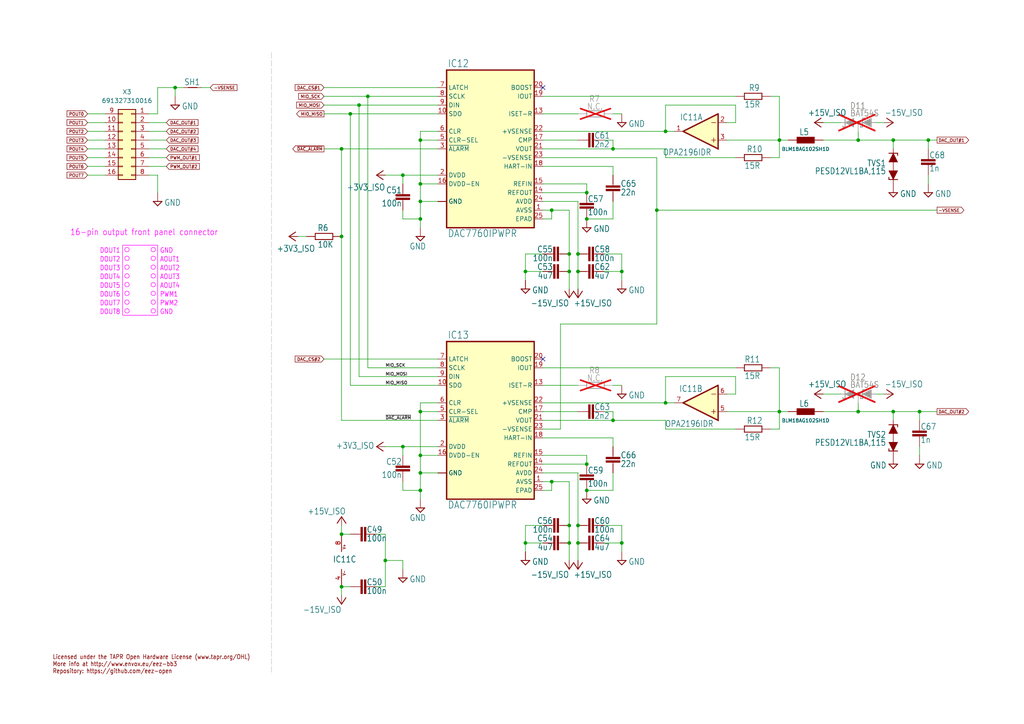
<source format=kicad_sch>
(kicad_sch (version 20230121) (generator eeschema)
  (paper "A4")
  (title_block (title "EEZ DIB MIO168") (date "2024-01-19") (rev "r3B1") (company "Envox d.o.o.") (comment 1 "https://www.envox.eu"))
  (junction (at 259.08 119.38))
  (junction (at 167.64 78.74))
  (junction (at 177.8 121.92))
  (junction (at 170.18 134.62))
  (junction (at 50.8 25.4))
  (junction (at 106.68 27.94))
  (junction (at 190.5 60.96))
  (junction (at 266.7 119.38))
  (junction (at 170.18 63.5))
  (junction (at 121.92 63.5))
  (junction (at 248.92 40.64))
  (junction (at 165.1 78.74))
  (junction (at 116.84 129.54))
  (junction (at 160.02 60.96))
  (junction (at 99.06 68.58))
  (junction (at 104.14 30.48))
  (junction (at 269.24 40.64))
  (junction (at 259.08 40.64))
  (junction (at 152.4 157.48))
  (junction (at 121.92 58.42))
  (junction (at 99.06 170.18))
  (junction (at 180.34 157.48))
  (junction (at 193.04 116.84))
  (junction (at 165.1 152.4))
  (junction (at 167.64 157.48))
  (junction (at 165.1 157.48))
  (junction (at 121.92 132.08))
  (junction (at 121.92 142.24))
  (junction (at 248.92 119.38))
  (junction (at 226.06 40.64))
  (junction (at 180.34 78.74))
  (junction (at 170.18 55.88))
  (junction (at 177.8 43.18))
  (junction (at 101.6 33.02))
  (junction (at 160.02 139.7))
  (junction (at 167.64 152.4))
  (junction (at 99.06 154.94))
  (junction (at 111.76 162.56))
  (junction (at 121.92 53.34))
  (junction (at 121.92 40.64))
  (junction (at 121.92 119.38))
  (junction (at 116.84 50.8))
  (junction (at 99.06 43.18))
  (junction (at 226.06 119.38))
  (junction (at 165.1 73.66))
  (junction (at 121.92 137.16))
  (junction (at 170.18 142.24))
  (junction (at 152.4 78.74))
  (junction (at 193.04 38.1))
  (junction (at 167.64 73.66))
  (no_connect (at 157.48 104.14))
  (no_connect (at 157.48 25.4))
  (wire (pts (xy 111.76 162.56) (xy 116.84 162.56)) (stroke (width 0.1524)))
  (wire (pts (xy 111.76 170.18) (xy 109.22 170.18)) (stroke (width 0.1524)))
  (wire (pts (xy 266.7 129.54) (xy 266.7 132.08)) (stroke (width 0.1524)))
  (wire (pts (xy 99.06 154.94) (xy 99.06 152.4)) (stroke (width 0.1524)))
  (wire (pts (xy 165.1 152.4) (xy 165.1 157.48)) (stroke (width 0.1524)))
  (wire (pts (xy 177.8 40.64) (xy 177.8 43.18)) (stroke (width 0.1524)))
  (wire (pts (xy 99.06 121.92) (xy 127 121.92)) (stroke (width 0.1524)))
  (wire (pts (xy 167.64 33.02) (xy 157.48 33.02)) (stroke (width 0.1524)))
  (wire (pts (xy 121.92 116.84) (xy 121.92 119.38)))
  (wire (pts (xy 157.48 139.7) (xy 160.02 139.7)) (stroke (width 0.1524)))
  (wire (pts (xy 167.64 111.76) (xy 157.48 111.76)) (stroke (width 0.1524)))
  (wire (pts (xy 93.98 30.48) (xy 104.14 30.48)) (stroke (width 0.1524)))
  (wire (pts (xy 193.04 116.84) (xy 157.48 116.84)) (stroke (width 0.1524)))
  (wire (pts (xy 127 38.1) (xy 121.92 38.1)))
  (wire (pts (xy 193.04 45.72) (xy 193.04 43.18)) (stroke (width 0.1524)))
  (wire (pts (xy 111.76 162.56) (xy 111.76 170.18)) (stroke (width 0.1524)))
  (wire (pts (xy 180.34 152.4) (xy 180.34 157.48)) (stroke (width 0.1524)))
  (wire (pts (xy 99.06 68.58) (xy 99.06 43.18)) (stroke (width 0.1524)))
  (wire (pts (xy 193.04 38.1) (xy 195.58 38.1)) (stroke (width 0.1524)))
  (wire (pts (xy 116.84 142.24) (xy 116.84 139.7)) (stroke (width 0.1524)))
  (wire (pts (xy 259.08 43.18) (xy 259.08 40.64)) (stroke (width 0.1524)))
  (wire (pts (xy 180.34 157.48) (xy 180.34 160.02)) (stroke (width 0.1524)))
  (wire (pts (xy 223.52 124.46) (xy 226.06 124.46)) (stroke (width 0.1524)))
  (wire (pts (xy 157.48 40.64) (xy 167.64 40.64)) (stroke (width 0.1524)))
  (wire (pts (xy 152.4 78.74) (xy 152.4 81.28)) (stroke (width 0.1524)))
  (wire (pts (xy 271.78 60.96) (xy 190.5 60.96)) (stroke (width 0.1524)))
  (wire (pts (xy 175.26 152.4) (xy 180.34 152.4)) (stroke (width 0.1524)))
  (wire (pts (xy 269.24 50.8) (xy 269.24 53.34)) (stroke (width 0.1524)))
  (wire (pts (xy 106.68 27.94) (xy 106.68 106.68)) (stroke (width 0.1524)))
  (wire (pts (xy 45.72 33.02) (xy 43.18 33.02)) (stroke (width 0.1524)))
  (wire (pts (xy 121.92 63.5) (xy 121.92 66.04)) (stroke (width 0.1524)))
  (wire (pts (xy 193.04 116.84) (xy 195.58 116.84)) (stroke (width 0.1524)))
  (wire (pts (xy 99.06 121.92) (xy 99.06 68.58)) (stroke (width 0.1524)))
  (wire (pts (xy 165.1 60.96) (xy 165.1 73.66)) (stroke (width 0.1524)))
  (wire (pts (xy 116.84 53.34) (xy 116.84 50.8)) (stroke (width 0.1524)))
  (wire (pts (xy 101.6 111.76) (xy 127 111.76)) (stroke (width 0.1524)))
  (wire (pts (xy 259.08 40.64) (xy 269.24 40.64)) (stroke (width 0.1524)))
  (wire (pts (xy 152.4 152.4) (xy 152.4 157.48)) (stroke (width 0.1524)))
  (wire (pts (xy 99.06 43.18) (xy 127 43.18)) (stroke (width 0.1524)))
  (wire (pts (xy 223.52 106.68) (xy 226.06 106.68)) (stroke (width 0.1524)))
  (wire (pts (xy 165.1 139.7) (xy 165.1 152.4)) (stroke (width 0.1524)))
  (wire (pts (xy 93.98 43.18) (xy 99.06 43.18)) (stroke (width 0.1524)))
  (wire (pts (xy 116.84 162.56) (xy 116.84 165.1)) (stroke (width 0.1524)))
  (wire (pts (xy 248.92 119.38) (xy 238.76 119.38)) (stroke (width 0.1524)))
  (wire (pts (xy 193.04 45.72) (xy 213.36 45.72)) (stroke (width 0.1524)))
  (wire (pts (xy 177.8 121.92) (xy 193.04 121.92)) (stroke (width 0.1524)))
  (polyline (pts (xy 78.74 15.24) (xy 78.74 104.14)) (stroke (width 0.1524) (type dash) (color 194 194 194 1)))
  (wire (pts (xy 157.48 53.34) (xy 170.18 53.34)) (stroke (width 0.1524)))
  (wire (pts (xy 121.92 119.38) (xy 121.92 132.08)))
  (wire (pts (xy 226.06 40.64) (xy 226.06 45.72)) (stroke (width 0.1524)))
  (wire (pts (xy 101.6 33.02) (xy 101.6 111.76)) (stroke (width 0.1524)))
  (wire (pts (xy 259.08 119.38) (xy 266.7 119.38)) (stroke (width 0.1524)))
  (wire (pts (xy 45.72 50.8) (xy 45.72 55.88)))
  (wire (pts (xy 121.92 63.5) (xy 116.84 63.5)) (stroke (width 0.1524)))
  (wire (pts (xy 157.48 78.74) (xy 152.4 78.74)) (stroke (width 0.1524)))
  (wire (pts (xy 226.06 106.68) (xy 226.06 119.38)) (stroke (width 0.1524)))
  (wire (pts (xy 167.64 73.66) (xy 167.64 78.74)) (stroke (width 0.1524)))
  (wire (pts (xy 165.1 157.48) (xy 165.1 162.56)) (stroke (width 0.1524)))
  (wire (pts (xy 238.76 114.3) (xy 243.84 114.3)) (stroke (width 0.1524)))
  (wire (pts (xy 238.76 35.56) (xy 243.84 35.56)) (stroke (width 0.1524)))
  (wire (pts (xy 175.26 78.74) (xy 180.34 78.74)) (stroke (width 0.1524)))
  (wire (pts (xy 269.24 40.64) (xy 271.78 40.64)) (stroke (width 0.1524)))
  (wire (pts (xy 160.02 139.7) (xy 165.1 139.7)) (stroke (width 0.1524)))
  (wire (pts (xy 193.04 109.22) (xy 193.04 116.84)) (stroke (width 0.1524)))
  (wire (pts (xy 157.48 142.24) (xy 160.02 142.24)) (stroke (width 0.1524)))
  (wire (pts (xy 190.5 45.72) (xy 190.5 60.96)) (stroke (width 0.1524)))
  (wire (pts (xy 25.4 35.56) (xy 30.48 35.56)))
  (wire (pts (xy 175.26 40.64) (xy 177.8 40.64)) (stroke (width 0.1524)))
  (wire (pts (xy 248.92 38.1) (xy 248.92 40.64)) (stroke (width 0.1524)))
  (wire (pts (xy 170.18 63.5) (xy 177.8 63.5)) (stroke (width 0.1524)))
  (wire (pts (xy 157.48 27.94) (xy 213.36 27.94)) (stroke (width 0.1524)))
  (wire (pts (xy 43.18 48.26) (xy 48.26 48.26)))
  (wire (pts (xy 93.98 27.94) (xy 106.68 27.94)) (stroke (width 0.1524)))
  (wire (pts (xy 170.18 142.24) (xy 177.8 142.24)) (stroke (width 0.1524)))
  (wire (pts (xy 50.8 25.4) (xy 53.34 25.4)) (stroke (width 0.1524)))
  (wire (pts (xy 127 137.16) (xy 121.92 137.16)) (stroke (width 0.1524)))
  (wire (pts (xy 157.48 121.92) (xy 177.8 121.92)) (stroke (width 0.1524)))
  (wire (pts (xy 43.18 45.72) (xy 48.26 45.72)))
  (wire (pts (xy 25.4 33.02) (xy 30.48 33.02)))
  (wire (pts (xy 193.04 124.46) (xy 213.36 124.46)) (stroke (width 0.1524)))
  (wire (pts (xy 213.36 35.56) (xy 210.82 35.56)) (stroke (width 0.1524)))
  (wire (pts (xy 111.76 50.8) (xy 116.84 50.8)) (stroke (width 0.1524)))
  (wire (pts (xy 177.8 48.26) (xy 177.8 50.8)) (stroke (width 0.1524)))
  (wire (pts (xy 43.18 43.18) (xy 48.26 43.18)))
  (wire (pts (xy 99.06 170.18) (xy 99.06 172.72)) (stroke (width 0.1524)))
  (wire (pts (xy 226.06 119.38) (xy 226.06 124.46)) (stroke (width 0.1524)))
  (wire (pts (xy 256.54 35.56) (xy 254 35.56)) (stroke (width 0.1524)))
  (wire (pts (xy 177.8 142.24) (xy 177.8 137.16)) (stroke (width 0.1524)))
  (wire (pts (xy 160.02 142.24) (xy 160.02 139.7)) (stroke (width 0.1524)))
  (wire (pts (xy 157.48 132.08) (xy 170.18 132.08)) (stroke (width 0.1524)))
  (wire (pts (xy 121.92 132.08) (xy 121.92 137.16)) (stroke (width 0.1524)))
  (wire (pts (xy 50.8 25.4) (xy 50.8 27.94)) (stroke (width 0.1524)))
  (wire (pts (xy 162.56 93.98) (xy 190.5 93.98)) (stroke (width 0.1524)))
  (wire (pts (xy 177.8 43.18) (xy 193.04 43.18)) (stroke (width 0.1524)))
  (wire (pts (xy 213.36 30.48) (xy 213.36 35.56)) (stroke (width 0.1524)))
  (wire (pts (xy 93.98 33.02) (xy 101.6 33.02)) (stroke (width 0.1524)))
  (wire (pts (xy 121.92 142.24) (xy 121.92 144.78)) (stroke (width 0.1524)))
  (wire (pts (xy 175.26 119.38) (xy 177.8 119.38)) (stroke (width 0.1524)))
  (wire (pts (xy 152.4 73.66) (xy 152.4 78.74)) (stroke (width 0.1524)))
  (wire (pts (xy 160.02 63.5) (xy 160.02 60.96)) (stroke (width 0.1524)))
  (wire (pts (xy 157.48 60.96) (xy 160.02 60.96)) (stroke (width 0.1524)))
  (wire (pts (xy 157.48 63.5) (xy 160.02 63.5)) (stroke (width 0.1524)))
  (wire (pts (xy 104.14 109.22) (xy 127 109.22)) (stroke (width 0.1524)))
  (wire (pts (xy 127 27.94) (xy 106.68 27.94)) (stroke (width 0.1524)))
  (wire (pts (xy 25.4 48.26) (xy 30.48 48.26)))
  (wire (pts (xy 25.4 38.1) (xy 30.48 38.1)))
  (wire (pts (xy 170.18 132.08) (xy 170.18 134.62)) (stroke (width 0.1524)))
  (wire (pts (xy 210.82 114.3) (xy 213.36 114.3)) (stroke (width 0.1524)))
  (wire (pts (xy 259.08 119.38) (xy 248.92 119.38)) (stroke (width 0.1524)))
  (wire (pts (xy 170.18 134.62) (xy 157.48 134.62)) (stroke (width 0.1524)))
  (wire (pts (xy 99.06 154.94) (xy 101.6 154.94)) (stroke (width 0.1524)))
  (wire (pts (xy 104.14 30.48) (xy 104.14 109.22)) (stroke (width 0.1524)))
  (wire (pts (xy 177.8 111.76) (xy 180.34 111.76)) (stroke (width 0.1524)))
  (wire (pts (xy 180.34 73.66) (xy 180.34 78.74)) (stroke (width 0.1524)))
  (wire (pts (xy 269.24 40.64) (xy 269.24 43.18)) (stroke (width 0.1524)))
  (wire (pts (xy 167.64 58.42) (xy 167.64 73.66)) (stroke (width 0.1524)))
  (wire (pts (xy 127 116.84) (xy 121.92 116.84)))
  (wire (pts (xy 193.04 38.1) (xy 157.48 38.1)) (stroke (width 0.1524)))
  (wire (pts (xy 167.64 137.16) (xy 167.64 152.4)) (stroke (width 0.1524)))
  (wire (pts (xy 165.1 73.66) (xy 165.1 78.74)) (stroke (width 0.1524)))
  (wire (pts (xy 157.48 137.16) (xy 167.64 137.16)) (stroke (width 0.1524)))
  (wire (pts (xy 213.36 109.22) (xy 193.04 109.22)) (stroke (width 0.1524)))
  (wire (pts (xy 160.02 60.96) (xy 165.1 60.96)) (stroke (width 0.1524)))
  (wire (pts (xy 213.36 30.48) (xy 193.04 30.48)) (stroke (width 0.1524)))
  (wire (pts (xy 177.8 127) (xy 177.8 129.54)) (stroke (width 0.1524)))
  (wire (pts (xy 45.72 25.4) (xy 45.72 33.02)) (stroke (width 0.1524)))
  (wire (pts (xy 127 132.08) (xy 121.92 132.08)) (stroke (width 0.1524)))
  (wire (pts (xy 157.48 48.26) (xy 177.8 48.26)) (stroke (width 0.1524)))
  (wire (pts (xy 259.08 121.92) (xy 259.08 119.38)) (stroke (width 0.1524)))
  (wire (pts (xy 101.6 170.18) (xy 99.06 170.18)) (stroke (width 0.1524)))
  (wire (pts (xy 165.1 78.74) (xy 165.1 83.82)) (stroke (width 0.1524)))
  (wire (pts (xy 157.48 43.18) (xy 177.8 43.18)) (stroke (width 0.1524)))
  (wire (pts (xy 116.84 132.08) (xy 116.84 129.54)) (stroke (width 0.1524)))
  (wire (pts (xy 157.48 106.68) (xy 213.36 106.68)) (stroke (width 0.1524)))
  (wire (pts (xy 259.08 40.64) (xy 248.92 40.64)) (stroke (width 0.1524)))
  (wire (pts (xy 60.96 25.4) (xy 58.42 25.4)))
  (wire (pts (xy 50.8 25.4) (xy 45.72 25.4)) (stroke (width 0.1524)))
  (wire (pts (xy 43.18 35.56) (xy 48.26 35.56)))
  (wire (pts (xy 177.8 63.5) (xy 177.8 58.42)) (stroke (width 0.1524)))
  (wire (pts (xy 25.4 50.8) (xy 30.48 50.8)))
  (wire (pts (xy 256.54 114.3) (xy 254 114.3)) (stroke (width 0.1524)))
  (wire (pts (xy 43.18 50.8) (xy 45.72 50.8)))
  (wire (pts (xy 228.6 119.38) (xy 226.06 119.38)) (stroke (width 0.1524)))
  (wire (pts (xy 157.48 45.72) (xy 190.5 45.72)) (stroke (width 0.1524)))
  (wire (pts (xy 109.22 154.94) (xy 111.76 154.94)) (stroke (width 0.1524)))
  (wire (pts (xy 127 25.4) (xy 93.98 25.4)) (stroke (width 0.1524)))
  (wire (pts (xy 223.52 27.94) (xy 226.06 27.94)) (stroke (width 0.1524)))
  (wire (pts (xy 106.68 106.68) (xy 127 106.68)) (stroke (width 0.1524)))
  (wire (pts (xy 121.92 142.24) (xy 116.84 142.24)) (stroke (width 0.1524)))
  (wire (pts (xy 86.36 68.58) (xy 88.9 68.58)))
  (wire (pts (xy 121.92 38.1) (xy 121.92 40.64)))
  (polyline (pts (xy 78.74 104.14) (xy 78.74 195.58)) (stroke (width 0.1524) (type dash) (color 194 194 194 1)))
  (wire (pts (xy 121.92 119.38) (xy 127 119.38)))
  (wire (pts (xy 121.92 53.34) (xy 121.92 58.42)) (stroke (width 0.1524)))
  (wire (pts (xy 210.82 40.64) (xy 226.06 40.64)) (stroke (width 0.1524)))
  (wire (pts (xy 25.4 45.72) (xy 30.48 45.72)))
  (wire (pts (xy 121.92 40.64) (xy 121.92 53.34)))
  (wire (pts (xy 25.4 40.64) (xy 30.48 40.64)))
  (wire (pts (xy 127 33.02) (xy 101.6 33.02)) (stroke (width 0.1524)))
  (wire (pts (xy 167.64 152.4) (xy 167.64 157.48)) (stroke (width 0.1524)))
  (wire (pts (xy 223.52 45.72) (xy 226.06 45.72)) (stroke (width 0.1524)))
  (wire (pts (xy 121.92 40.64) (xy 127 40.64)))
  (wire (pts (xy 213.36 114.3) (xy 213.36 109.22)) (stroke (width 0.1524)))
  (wire (pts (xy 116.84 129.54) (xy 111.76 129.54)) (stroke (width 0.1524)))
  (wire (pts (xy 210.82 119.38) (xy 226.06 119.38)) (stroke (width 0.1524)))
  (wire (pts (xy 121.92 58.42) (xy 121.92 63.5)) (stroke (width 0.1524)))
  (wire (pts (xy 127 129.54) (xy 116.84 129.54)) (stroke (width 0.1524)))
  (wire (pts (xy 157.48 119.38) (xy 167.64 119.38)) (stroke (width 0.1524)))
  (wire (pts (xy 157.48 58.42) (xy 167.64 58.42)) (stroke (width 0.1524)))
  (wire (pts (xy 127 53.34) (xy 121.92 53.34)) (stroke (width 0.1524)))
  (wire (pts (xy 177.8 119.38) (xy 177.8 121.92)) (stroke (width 0.1524)))
  (wire (pts (xy 177.8 33.02) (xy 180.34 33.02)) (stroke (width 0.1524)))
  (wire (pts (xy 127 50.8) (xy 116.84 50.8)) (stroke (width 0.1524)))
  (wire (pts (xy 157.48 73.66) (xy 152.4 73.66)) (stroke (width 0.1524)))
  (wire (pts (xy 167.64 78.74) (xy 167.64 83.82)) (stroke (width 0.1524)))
  (wire (pts (xy 127 58.42) (xy 121.92 58.42)) (stroke (width 0.1524)))
  (wire (pts (xy 157.48 124.46) (xy 162.56 124.46)) (stroke (width 0.1524)))
  (wire (pts (xy 266.7 121.92) (xy 266.7 119.38)) (stroke (width 0.1524)))
  (wire (pts (xy 175.26 73.66) (xy 180.34 73.66)) (stroke (width 0.1524)))
  (wire (pts (xy 226.06 27.94) (xy 226.06 40.64)) (stroke (width 0.1524)))
  (wire (pts (xy 127 30.48) (xy 104.14 30.48)) (stroke (width 0.1524)))
  (wire (pts (xy 127 104.14) (xy 93.98 104.14)) (stroke (width 0.1524)))
  (wire (pts (xy 111.76 154.94) (xy 111.76 162.56)) (stroke (width 0.1524)))
  (wire (pts (xy 228.6 40.64) (xy 226.06 40.64)) (stroke (width 0.1524)))
  (wire (pts (xy 170.18 55.88) (xy 157.48 55.88)) (stroke (width 0.1524)))
  (wire (pts (xy 25.4 43.18) (xy 30.48 43.18)))
  (wire (pts (xy 121.92 137.16) (xy 121.92 142.24)) (stroke (width 0.1524)))
  (wire (pts (xy 266.7 119.38) (xy 271.78 119.38)) (stroke (width 0.1524)))
  (wire (pts (xy 170.18 53.34) (xy 170.18 55.88)) (stroke (width 0.1524)))
  (wire (pts (xy 48.26 38.1) (xy 43.18 38.1)))
  (wire (pts (xy 175.26 157.48) (xy 180.34 157.48)) (stroke (width 0.1524)))
  (wire (pts (xy 43.18 40.64) (xy 48.26 40.64)))
  (wire (pts (xy 180.34 78.74) (xy 180.34 81.28)) (stroke (width 0.1524)))
  (wire (pts (xy 167.64 157.48) (xy 167.64 162.56)) (stroke (width 0.1524)))
  (wire (pts (xy 157.48 157.48) (xy 152.4 157.48)) (stroke (width 0.1524)))
  (wire (pts (xy 193.04 30.48) (xy 193.04 38.1)) (stroke (width 0.1524)))
  (wire (pts (xy 116.84 63.5) (xy 116.84 60.96)) (stroke (width 0.1524)))
  (wire (pts (xy 152.4 157.48) (xy 152.4 160.02)) (stroke (width 0.1524)))
  (wire (pts (xy 190.5 60.96) (xy 190.5 93.98)) (stroke (width 0.1524)))
  (wire (pts (xy 248.92 116.84) (xy 248.92 119.38)) (stroke (width 0.1524)))
  (wire (pts (xy 157.48 152.4) (xy 152.4 152.4)) (stroke (width 0.1524)))
  (wire (pts (xy 162.56 93.98) (xy 162.56 124.46)) (stroke (width 0.1524)))
  (wire (pts (xy 157.48 127) (xy 177.8 127)) (stroke (width 0.1524)))
  (wire (pts (xy 193.04 124.46) (xy 193.04 121.92)) (stroke (width 0.1524)))
  (wire (pts (xy 248.92 40.64) (xy 238.76 40.64)) (stroke (width 0.1524)))
  (circle (center 36.83 87.63) (radius 0.635) (stroke (width 0.1524) (color 255 0 255 1)))
  (circle (center 36.83 77.47) (radius 0.635) (stroke (width 0.1524) (color 255 0 255 1)))
  (circle (center 44.45 80.01) (radius 0.635) (stroke (width 0.1524) (color 255 0 255 1)))
  (circle (center 36.83 82.55) (radius 0.635) (stroke (width 0.1524) (color 255 0 255 1)))
  (circle (center 36.83 90.17) (radius 0.635) (stroke (width 0.1524) (color 255 0 255 1)))
  (circle (center 36.83 85.09) (radius 0.635) (stroke (width 0.1524) (color 255 0 255 1)))
  (circle (center 44.45 82.55) (radius 0.635) (stroke (width 0.1524) (color 255 0 255 1)))
  (rectangle (start 35.56 71.12) (end 45.72 91.44) (stroke (width 0) (color 255 0 255 1)))
  (circle (center 44.45 77.47) (radius 0.635) (stroke (width 0.1524) (color 255 0 255 1)))
  (circle (center 44.45 85.09) (radius 0.635) (stroke (width 0.1524) (color 255 0 255 1)))
  (circle (center 44.45 74.93) (radius 0.635) (stroke (width 0.1524) (color 255 0 255 1)))
  (circle (center 36.83 74.93) (radius 0.635) (stroke (width 0.1524) (color 255 0 255 1)))
  (circle (center 44.45 87.63) (radius 0.635) (stroke (width 0.1524) (color 255 0 255 1)))
  (circle (center 44.45 90.17) (radius 0.635) (stroke (width 0.1524) (color 255 0 255 1)))
  (circle (center 36.83 80.01) (radius 0.635) (stroke (width 0.1524) (color 255 0 255 1)))
  (circle (center 36.83 72.39) (radius 0.635) (stroke (width 0.1524) (color 255 0 255 1)))
  (circle (center 44.45 72.39) (radius 0.635) (stroke (width 0.1524) (color 255 0 255 1)))
  (text "AOUT2" (at 46.355 78.74 0) (effects (font (size 1.4224 1.209)) (justify left bottom)))
  (text "16-pin output front panel connector" (at 20.32 68.58 0) (effects (font (size 1.778 1.5113)) (justify left bottom)))
  (text "AOUT1" (at 46.355 76.2 0) (effects (font (size 1.4224 1.209)) (justify left bottom)))
  (text "DOUT7" (at 34.925 88.9 0) (effects (font (size 1.4224 1.209)) (justify right bottom)))
  (text "PWM1" (at 46.355 86.36 0) (effects (font (size 1.4224 1.209)) (justify left bottom)))
  (text "GND" (at 46.355 91.44 0) (effects (font (size 1.4224 1.209)) (justify left bottom)))
  (text "PWM2" (at 46.355 88.9 0) (effects (font (size 1.4224 1.209)) (justify left bottom)))
  (text "DOUT3" (at 34.925 78.74 0) (effects (font (size 1.4224 1.209)) (justify right bottom)))
  (text "Licensed under the TAPR Open Hardware License (www.tapr.org/OHL)\nMore info at http://www.envox.eu/eez-bb3\nRepository: https://github.com/eez-open" (at 15.24 195.58 0) (effects (font (size 1.27 1.0795)) (justify left bottom)))
  (text "DOUT6" (at 34.925 86.36 0) (effects (font (size 1.4224 1.209)) (justify right bottom)))
  (text "GND" (at 46.355 73.66 0) (effects (font (size 1.4224 1.209)) (justify left bottom)))
  (text "DOUT8" (at 34.925 91.44 0) (effects (font (size 1.4224 1.209)) (justify right bottom)))
  (text "DOUT4" (at 34.925 81.28 0) (effects (font (size 1.4224 1.209)) (justify right bottom)))
  (text "AOUT3" (at 46.355 81.28 0) (effects (font (size 1.4224 1.209)) (justify left bottom)))
  (text "AOUT4" (at 46.355 83.82 0) (effects (font (size 1.4224 1.209)) (justify left bottom)))
  (text "DOUT2" (at 34.925 76.2 0) (effects (font (size 1.4224 1.209)) (justify right bottom)))
  (text "DOUT5" (at 34.925 83.82 0) (effects (font (size 1.4224 1.209)) (justify right bottom)))
  (text "DOUT1" (at 34.925 73.66 0) (effects (font (size 1.4224 1.209)) (justify right bottom)))
  (label "~{DAC_ALARM}" (at 111.76 121.92 0) (effects (font (size 0.889 0.889))))
  (label "MIO_SCK" (at 111.76 106.68 0) (effects (font (size 0.889 0.889))))
  (label "MIO_MISO" (at 111.76 111.76 0) (effects (font (size 0.889 0.889))))
  (label "MIO_MOSI" (at 111.76 109.22 0) (effects (font (size 0.889 0.889))))
  (global_label "PWM_OUT#1" (shape input) (at 48.26 45.72 0) (effects (font (size 0.889 0.889))) (property "Intersheetrefs" "${INTERSHEET_REFS}" (effects hide)))
  (global_label "DAC_OUT#1" (shape output) (at 271.78 40.64 0) (effects (font (size 0.889 0.889))) (property "Intersheetrefs" "${INTERSHEET_REFS}" (effects hide)))
  (global_label "POUT3" (shape input) (at 25.4 40.64 180) (effects (font (size 0.889 0.889))) (property "Intersheetrefs" "${INTERSHEET_REFS}" (effects hide)))
  (global_label "MIO_MISO" (shape output) (at 93.98 33.02 180) (effects (font (size 0.889 0.889))) (property "Intersheetrefs" "${INTERSHEET_REFS}" (effects hide)))
  (global_label "POUT0" (shape input) (at 25.4 33.02 180) (effects (font (size 0.889 0.889))) (property "Intersheetrefs" "${INTERSHEET_REFS}" (effects hide)))
  (global_label "DAC_OUT#2" (shape input) (at 48.26 38.1 0) (effects (font (size 0.889 0.889))) (property "Intersheetrefs" "${INTERSHEET_REFS}" (effects hide)))
  (global_label "POUT7" (shape input) (at 25.4 50.8 180) (effects (font (size 0.889 0.889))) (property "Intersheetrefs" "${INTERSHEET_REFS}" (effects hide)))
  (global_label "POUT1" (shape input) (at 25.4 35.56 180) (effects (font (size 0.889 0.889))) (property "Intersheetrefs" "${INTERSHEET_REFS}" (effects hide)))
  (global_label "DAC_OUT#1" (shape input) (at 48.26 35.56 0) (effects (font (size 0.889 0.889))) (property "Intersheetrefs" "${INTERSHEET_REFS}" (effects hide)))
  (global_label "POUT2" (shape input) (at 25.4 38.1 180) (effects (font (size 0.889 0.889))) (property "Intersheetrefs" "${INTERSHEET_REFS}" (effects hide)))
  (global_label "DAC_OUT#2" (shape output) (at 271.78 119.38 0) (effects (font (size 0.889 0.889))) (property "Intersheetrefs" "${INTERSHEET_REFS}" (effects hide)))
  (global_label "DAC_CS#1" (shape input) (at 93.98 25.4 180) (effects (font (size 0.889 0.889))) (property "Intersheetrefs" "${INTERSHEET_REFS}" (effects hide)))
  (global_label "PWM_OUT#2" (shape input) (at 48.26 48.26 0) (effects (font (size 0.889 0.889))) (property "Intersheetrefs" "${INTERSHEET_REFS}" (effects hide)))
  (global_label "DAC_OUT#3" (shape input) (at 48.26 40.64 0) (effects (font (size 0.889 0.889))) (property "Intersheetrefs" "${INTERSHEET_REFS}" (effects hide)))
  (global_label "DAC_OUT#4" (shape input) (at 48.26 43.18 0) (effects (font (size 0.889 0.889))) (property "Intersheetrefs" "${INTERSHEET_REFS}" (effects hide)))
  (global_label "MIO_SCK" (shape input) (at 93.98 27.94 180) (effects (font (size 0.889 0.889))) (property "Intersheetrefs" "${INTERSHEET_REFS}" (effects hide)))
  (global_label "DAC_CS#2" (shape input) (at 93.98 104.14 180) (effects (font (size 0.889 0.889))) (property "Intersheetrefs" "${INTERSHEET_REFS}" (effects hide)))
  (global_label "-VSENSE" (shape input) (at 60.96 25.4 0) (effects (font (size 0.889 0.889))) (property "Intersheetrefs" "${INTERSHEET_REFS}" (effects hide)))
  (global_label "-VSENSE" (shape output) (at 271.78 60.96 0) (effects (font (size 0.889 0.889))) (property "Intersheetrefs" "${INTERSHEET_REFS}" (effects hide)))
  (global_label "POUT5" (shape input) (at 25.4 45.72 180) (effects (font (size 0.889 0.889))) (property "Intersheetrefs" "${INTERSHEET_REFS}" (effects hide)))
  (global_label "POUT4" (shape input) (at 25.4 43.18 180) (effects (font (size 0.889 0.889))) (property "Intersheetrefs" "${INTERSHEET_REFS}" (effects hide)))
  (global_label "MIO_MOSI" (shape input) (at 93.98 30.48 180) (effects (font (size 0.889 0.889))) (property "Intersheetrefs" "${INTERSHEET_REFS}" (effects hide)))
  (global_label "POUT6" (shape input) (at 25.4 48.26 180) (effects (font (size 0.889 0.889))) (property "Intersheetrefs" "${INTERSHEET_REFS}" (effects hide)))
  (global_label "~{DAC_ALARM}" (shape output) (at 93.98 43.18 180) (effects (font (size 0.889 0.889))) (property "Intersheetrefs" "${INTERSHEET_REFS}" (effects hide)))
  (symbol (lib_id "PCM_EEZ_passives:C-EU") (at 104.14 154.94 90) (unit 1)
    (property "Reference" "C49" (at 106.299 154.559 90) (effects (font (size 1.778 1.5113)) (justify right top)))
    (property "Value" "100n" (at 106.299 157.099 90) (effects (font (size 1.778 1.5113)) (justify right top)))
    (property "Footprint" "PCM_EEZ_passives:C_0603_1608Metric" (effects hide))
    (property "DigiKey" "1276-1005-2-ND" (effects hide))
    (property "Mouser" "187-CL10B104KO8NNNC " (effects hide))
    (property "TME" "CL10B104KA8NNNC" (effects hide))
  )
  (symbol (lib_id "PCM_EEZ_symbols:+15V_ISO") (at 167.64 83.82 180) (unit 1)
    (property "Reference" "#+12V_ISO03" (effects hide))
    (property "Value" "+15V_ISO" (at 166.37 88.9 0) (effects (font (size 1.778 1.5113)) (justify right top)))
  )
  (symbol (lib_id "PCM_EEZ_symbols:-15V_ISO") (at 165.1 83.82 180) (unit 1)
    (property "Reference" "#-12V_ISO03" (effects hide))
    (property "Value" "-15V_ISO" (at 165.1 88.9 0) (effects (font (size 1.778 1.5113)) (justify left top)))
  )
  (symbol (lib_id "PCM_EEZ_passives:C-EU") (at 172.72 40.64 270) (mirror x) (unit 1)
    (property "Reference" "C61" (at 172.339 40.259 90) (effects (font (size 1.778 1.5113)) (justify left top)))
    (property "Value" "2n2" (at 172.339 42.799 90) (effects (font (size 1.778 1.5113)) (justify left top)))
    (property "Footprint" "PCM_EEZ_passives:C_0805_2012Metric" (effects hide))
    (property "DigiKey" "732-7840-1-ND" (effects hide))
    (property "Mouser" "710-885012007065" (effects hide))
    (property "TME" "0805N222J500CT" (effects hide))
  )
  (symbol (lib_id "PCM_EEZ_passives:C-EU") (at 170.18 137.16 0) (unit 1)
    (property "Reference" "C59" (at 170.434 137.414 0) (effects (font (size 1.778 1.5113)) (justify left bottom)))
    (property "Value" "100n" (at 170.434 141.224 0) (effects (font (size 1.778 1.5113)) (justify left bottom)))
    (property "Footprint" "PCM_EEZ_passives:C_0603_1608Metric" (effects hide))
    (property "DigiKey" "1276-1005-2-ND" (effects hide))
    (property "Mouser" "187-CL10B104KO8NNNC " (effects hide))
    (property "TME" "CL10B104KA8NNNC" (effects hide))
  )
  (symbol (lib_id "PCM_EEZ_passives:C-EU") (at 269.24 45.72 0) (unit 1)
    (property "Reference" "C68" (at 269.494 45.974 0) (effects (font (size 1.778 1.5113)) (justify left bottom)))
    (property "Value" "1n" (at 269.494 49.784 0) (effects (font (size 1.778 1.5113)) (justify left bottom)))
    (property "Footprint" "PCM_EEZ_passives:C_0805_2012Metric" (effects hide))
    (property "DigiKey" "732-7858-1-ND " (effects hide))
    (property "Mouser" "710-885012007040 " (effects hide))
    (property "TME" "CL21C102JBCNNNC" (effects hide))
  )
  (symbol (lib_id "PCM_EEZ_passives:C-EU") (at 162.56 152.4 270) (mirror x) (unit 1)
    (property "Reference" "C56" (at 160.401 152.019 90) (effects (font (size 1.778 1.5113)) (justify right top)))
    (property "Value" "100n" (at 160.401 154.559 90) (effects (font (size 1.778 1.5113)) (justify right top)))
    (property "Footprint" "PCM_EEZ_passives:C_0603_1608Metric" (effects hide))
    (property "DigiKey" "1276-1005-2-ND" (effects hide))
    (property "Mouser" "187-CL10B104KO8NNNC " (effects hide))
    (property "TME" "CL10B104KA8NNNC" (effects hide))
  )
  (symbol (lib_id "PCM_EEZ_symbols:GND") (at 170.18 144.78 0) (unit 1)
    (property "Reference" "#SUPPLY033" (effects hide))
    (property "Value" "GND" (at 172.085 144.145 0) (effects (font (size 1.778 1.5113)) (justify left top)))
  )
  (symbol (lib_id "PCM_EEZ_symbols:GND") (at 180.34 114.3 0) (unit 1)
    (property "Reference" "#SUPPLY036" (effects hide))
    (property "Value" "GND" (at 182.245 113.665 0) (effects (font (size 1.778 1.5113)) (justify left top)))
  )
  (symbol (lib_id "PCM_EEZ_symbols:GND") (at 266.7 134.62 0) (unit 1)
    (property "Reference" "#SUPPLY040" (effects hide))
    (property "Value" "GND" (at 268.605 133.985 0) (effects (font (size 1.778 1.5113)) (justify left top)))
  )
  (symbol (lib_id "PCM_EEZ_symbols:+3V3_ISO") (at 86.36 68.58 90) (unit 1)
    (property "Reference" "#+3V3_ISO08" (effects hide))
    (property "Value" "+3V3_ISO" (at 91.44 71.12 90) (effects (font (size 1.778 1.5113)) (justify left bottom)))
  )
  (symbol (lib_id "PCM_EEZ_symbols:GND") (at 152.4 162.56 0) (unit 1)
    (property "Reference" "#SUPPLY031" (effects hide))
    (property "Value" "GND" (at 154.305 161.925 0) (effects (font (size 1.778 1.5113)) (justify left top)))
  )
  (symbol (lib_id "PCM_EEZ_discretes:PESDXL1BA") (at 259.08 43.18 90) (unit 1)
    (property "Reference" "TVS1" (at 257.048 46.355 90) (effects (font (size 1.778 1.5113)) (justify left bottom)))
    (property "Value" "PESD12VL1BA,115" (at 257.048 48.641 90) (effects (font (size 1.778 1.5113)) (justify left bottom)))
    (property "Footprint" "PCM_EEZ_SMD:SOD-323_PESD" (effects hide))
    (property "DigiKey" "1727-3808-1-ND" (effects hide))
    (property "Mouser" "771-PESD12VL1BA-T/R" (effects hide))
    (property "TME" "PESD12VL1BA.115" (effects hide))
  )
  (symbol (lib_id "PCM_EEZ_TI:TL072D") (at 203.2 116.84 180) (unit 2)
    (property "Reference" "IC11" (at 203.835 111.76 0) (effects (font (size 1.778 1.5113)) (justify left bottom)))
    (property "Value" "OPA2196IDR" (at 207.01 121.92 0) (effects (font (size 1.778 1.5113)) (justify left bottom)))
    (property "Footprint" "PCM_EEZ_SMD:SOIC127P600X173-8N" (effects hide))
    (property "DigiKey" "296-1282-1-ND" (effects hide))
    (property "Mouser" "595-TL072CDR" (effects hide))
    (property "TME" "TL072CD-ST" (effects hide))
  )
  (symbol (lib_id "PCM_EEZ_symbols:GND") (at 269.24 55.88 0) (unit 1)
    (property "Reference" "#SUPPLY041" (effects hide))
    (property "Value" "GND" (at 271.145 55.245 0) (effects (font (size 1.778 1.5113)) (justify left top)))
  )
  (symbol (lib_id "PCM_EEZ_passives:C-EU") (at 170.18 58.42 0) (unit 1)
    (property "Reference" "C57" (at 170.434 58.674 0) (effects (font (size 1.778 1.5113)) (justify left bottom)))
    (property "Value" "100n" (at 170.434 62.484 0) (effects (font (size 1.778 1.5113)) (justify left bottom)))
    (property "Footprint" "PCM_EEZ_passives:C_0603_1608Metric" (effects hide))
    (property "DigiKey" "1276-1005-2-ND" (effects hide))
    (property "Mouser" "187-CL10B104KO8NNNC " (effects hide))
    (property "TME" "CL10B104KA8NNNC" (effects hide))
  )
  (symbol (lib_id "PCM_EEZ_symbols:GND") (at 121.92 147.32 0) (unit 1)
    (property "Reference" "#SUPPLY029" (effects hide))
    (property "Value" "GND" (at 118.745 149.225 0) (effects (font (size 1.778 1.5113)) (justify left top)))
  )
  (symbol (lib_id "PCM_EEZ_TI:TL072D") (at 203.2 38.1 180) (unit 1)
    (property "Reference" "IC11" (at 203.835 33.02 0) (effects (font (size 1.778 1.5113)) (justify left bottom)))
    (property "Value" "OPA2196IDR" (at 206.375 43.18 0) (effects (font (size 1.778 1.5113)) (justify left bottom)))
    (property "Footprint" "PCM_EEZ_SMD:SOIC127P600X173-8N" (effects hide))
    (property "DigiKey" "296-1282-1-ND" (effects hide))
    (property "Mouser" "595-TL072CDR" (effects hide))
    (property "TME" "TL072CD-ST" (effects hide))
  )
  (symbol (lib_id "PCM_EEZ_symbols:GND") (at 259.08 55.88 0) (unit 1)
    (property "Reference" "#SUPPLY038" (effects hide))
    (property "Value" "GND" (at 260.985 55.245 0) (effects (font (size 1.778 1.5113)) (justify left top)))
  )
  (symbol (lib_id "PCM_EEZ_passives:R-EU") (at 218.44 124.46 0) (mirror y) (unit 1)
    (property "Reference" "R12" (at 216.535 122.9614 0) (effects (font (size 1.778 1.5113)) (justify right bottom)))
    (property "Value" "15R" (at 215.9 127.762 0) (effects (font (size 1.778 1.5113)) (justify right bottom)))
    (property "Footprint" "PCM_EEZ_passives:R_0805_2012Metric" (effects hide))
    (property "DigiKey" "RNCP0805FTD15R0CT-ND" (effects hide))
    (property "Mouser" "652-CR0805FX-15R0ELF" (effects hide))
    (property "TME" "0805S8F150JT5E" (effects hide))
  )
  (symbol (lib_id "PCM_EEZ_symbols:+15V_ISO") (at 99.06 152.4 0) (unit 1)
    (property "Reference" "#+12V_ISO02" (effects hide))
    (property "Value" "+15V_ISO" (at 100.33 147.32 0) (effects (font (size 1.778 1.5113)) (justify right top)))
  )
  (symbol (lib_id "PCM_EEZ_passives:C-EU") (at 116.84 134.62 0) (mirror y) (unit 1)
    (property "Reference" "C52" (at 116.586 134.874 0) (effects (font (size 1.778 1.5113)) (justify left bottom)))
    (property "Value" "100n" (at 116.586 138.684 0) (effects (font (size 1.778 1.5113)) (justify left bottom)))
    (property "Footprint" "PCM_EEZ_passives:C_0603_1608Metric" (effects hide))
    (property "DigiKey" "1276-1005-2-ND" (effects hide))
    (property "Mouser" "187-CL10B104KO8NNNC " (effects hide))
    (property "TME" "CL10B104KA8NNNC" (effects hide))
  )
  (symbol (lib_id "PCM_EEZ_passives:C-EU") (at 160.02 157.48 90) (unit 1)
    (property "Reference" "C54" (at 160.401 157.099 90) (effects (font (size 1.778 1.5113)) (justify left top)))
    (property "Value" "4u7" (at 160.401 159.639 90) (effects (font (size 1.778 1.5113)) (justify left top)))
    (property "Footprint" "PCM_EEZ_passives:C_0805_2012Metric" (effects hide))
    (property "DigiKey" "490-14466-1-ND" (effects hide))
    (property "Mouser" "963-TMK212AB7475MG-T" (effects hide))
    (property "TME" "C0805C475K3RACAUTO" (effects hide))
  )
  (symbol (lib_id "PCM_EEZ_symbols:+15V_ISO") (at 238.76 114.3 90) (unit 1)
    (property "Reference" "#+12V_ISO06" (effects hide))
    (property "Value" "+15V_ISO" (at 234.315 112.395 90) (effects (font (size 1.778 1.5113)) (justify right top)))
  )
  (symbol (lib_id "PCM_EEZ_discretes:PESDXL1BA") (at 259.08 121.92 90) (unit 1)
    (property "Reference" "TVS2" (at 257.048 125.095 90) (effects (font (size 1.778 1.5113)) (justify left bottom)))
    (property "Value" "PESD12VL1BA,115" (at 257.048 127.381 90) (effects (font (size 1.778 1.5113)) (justify left bottom)))
    (property "Footprint" "PCM_EEZ_SMD:SOD-323_PESD" (effects hide))
    (property "DigiKey" "1727-3808-1-ND" (effects hide))
    (property "Mouser" "771-PESD12VL1BA-T/R" (effects hide))
    (property "TME" "PESD12VL1BA.115" (effects hide))
  )
  (symbol (lib_id "PCM_EEZ_passives:C-EU") (at 170.18 73.66 90) (unit 1)
    (property "Reference" "C58" (at 172.339 73.279 90) (effects (font (size 1.778 1.5113)) (justify right top)))
    (property "Value" "100n" (at 172.339 75.819 90) (effects (font (size 1.778 1.5113)) (justify right top)))
    (property "Footprint" "PCM_EEZ_passives:C_0603_1608Metric" (effects hide))
    (property "DigiKey" "1276-1005-2-ND" (effects hide))
    (property "Mouser" "187-CL10B104KO8NNNC " (effects hide))
    (property "TME" "CL10B104KA8NNNC" (effects hide))
  )
  (symbol (lib_id "Connector_Generic:Conn_02x08_Top_Bottom") (at 38.1 40.64 0) (mirror y) (unit 1)
    (property "Reference" "X3" (at 36.83 26.67 0))
    (property "Value" "691327310016" (at 36.83 29.21 0))
    (property "Footprint" "PCM_EEZ_connectors:691327310016" (effects hide))
    (property "DigiKey" "732-691327310016-ND" (effects hide))
    (property "Mouser" "710-691327310016 " (effects hide))
    (property "TME" "-" (effects hide))
  )
  (symbol (lib_id "PCM_EEZ_TI:TL072D") (at 99.06 162.56 0) (unit 3)
    (property "Reference" "IC11" (at 96.52 163.195 0) (effects (font (size 1.778 1.5113)) (justify left bottom)))
    (property "Value" "OPA2196IDR" (effects hide))
    (property "Footprint" "PCM_EEZ_SMD:SOIC127P600X173-8N" (effects hide))
    (property "DigiKey" "296-1282-1-ND" (effects hide))
    (property "Mouser" "595-TL072CDR" (effects hide))
    (property "TME" "TL072CD-ST" (effects hide))
  )
  (symbol (lib_id "PCM_EEZ_discretes:BAT54SFILM") (at 248.92 114.3 180) (unit 1) (in_bom no) (dnp yes)
    (property "Reference" "D12" (at 246.507 110.3884 0) (effects (font (size 1.778 1.5113)) (justify right top)))
    (property "Value" "BAT54S" (at 246.507 112.5474 0) (effects (font (size 1.778 1.5113)) (justify right top)))
    (property "Footprint" "PCM_EEZ_SMD:SOT23-3" (effects hide))
    (property "DigiKey" "497-2522-1-ND" (effects hide))
    (property "Mouser" "511-BAT54SFILM" (effects hide))
    (property "TME" "BAT54SFILM" (effects hide))
  )
  (symbol (lib_id "PCM_EEZ_passives:R-EU") (at 218.44 27.94 0) (mirror y) (unit 1)
    (property "Reference" "R9" (at 217.17 26.4414 0) (effects (font (size 1.778 1.5113)) (justify right bottom)))
    (property "Value" "15R" (at 215.9 31.242 0) (effects (font (size 1.778 1.5113)) (justify right bottom)))
    (property "Footprint" "PCM_EEZ_passives:R_0805_2012Metric" (effects hide))
    (property "DigiKey" "RNCP0805FTD15R0CT-ND" (effects hide))
    (property "Mouser" "652-CR0805FX-15R0ELF" (effects hide))
    (property "TME" "0805S8F150JT5E" (effects hide))
  )
  (symbol (lib_id "PCM_EEZ_passives:C-EU") (at 172.72 119.38 270) (mirror x) (unit 1)
    (property "Reference" "C63" (at 172.339 118.999 90) (effects (font (size 1.778 1.5113)) (justify left top)))
    (property "Value" "2n2" (at 172.339 121.539 90) (effects (font (size 1.778 1.5113)) (justify left top)))
    (property "Footprint" "PCM_EEZ_passives:C_0805_2012Metric" (effects hide))
    (property "DigiKey" "732-7840-1-ND" (effects hide))
    (property "Mouser" "710-885012007065" (effects hide))
    (property "TME" "0805N222J500CT" (effects hide))
  )
  (symbol (lib_id "PCM_EEZ_discretes:BAT54SFILM") (at 248.92 35.56 180) (unit 1) (in_bom no) (dnp yes)
    (property "Reference" "D11" (at 246.507 31.6484 0) (effects (font (size 1.778 1.5113)) (justify right top)))
    (property "Value" "BAT54S" (at 246.507 33.8074 0) (effects (font (size 1.778 1.5113)) (justify right top)))
    (property "Footprint" "PCM_EEZ_SMD:SOT23-3" (effects hide))
    (property "DigiKey" "497-2522-1-ND" (effects hide))
    (property "Mouser" "511-BAT54SFILM" (effects hide))
    (property "TME" "BAT54SFILM" (effects hide))
  )
  (symbol (lib_id "PCM_EEZ_symbols:GND") (at 116.84 167.64 0) (unit 1)
    (property "Reference" "#SUPPLY027" (effects hide))
    (property "Value" "GND" (at 118.745 167.005 0) (effects (font (size 1.778 1.5113)) (justify left top)))
  )
  (symbol (lib_id "PCM_EEZ_symbols:+15V_ISO") (at 238.76 35.56 90) (unit 1)
    (property "Reference" "#+12V_ISO05" (effects hide))
    (property "Value" "+15V_ISO" (at 234.315 33.655 90) (effects (font (size 1.778 1.5113)) (justify right top)))
  )
  (symbol (lib_id "PCM_EEZ_symbols:GND") (at 50.8 30.48 0) (unit 1)
    (property "Reference" "#SUPPLY026" (effects hide))
    (property "Value" "GND" (at 52.705 29.845 0) (effects (font (size 1.778 1.5113)) (justify left top)))
  )
  (symbol (lib_id "PCM_EEZ_symbols:GND") (at 45.72 58.42 0) (unit 1)
    (property "Reference" "#SUPPLY025" (effects hide))
    (property "Value" "GND" (at 47.625 57.785 0) (effects (font (size 1.778 1.5113)) (justify left top)))
  )
  (symbol (lib_id "PCM_EEZ_symbols:GND") (at 180.34 162.56 0) (unit 1)
    (property "Reference" "#SUPPLY037" (effects hide))
    (property "Value" "GND" (at 182.245 161.925 0) (effects (font (size 1.778 1.5113)) (justify left top)))
  )
  (symbol (lib_id "PCM_EEZ_passives:C-EU") (at 104.14 170.18 90) (unit 1)
    (property "Reference" "C50" (at 106.299 169.799 90) (effects (font (size 1.778 1.5113)) (justify right top)))
    (property "Value" "100n" (at 106.299 172.339 90) (effects (font (size 1.778 1.5113)) (justify right top)))
    (property "Footprint" "PCM_EEZ_passives:C_0603_1608Metric" (effects hide))
    (property "DigiKey" "1276-1005-2-ND" (effects hide))
    (property "Mouser" "187-CL10B104KO8NNNC " (effects hide))
    (property "TME" "CL10B104KA8NNNC" (effects hide))
  )
  (symbol (lib_id "PCM_EEZ_passives:R-EU") (at 218.44 45.72 0) (mirror y) (unit 1)
    (property "Reference" "R10" (at 216.535 44.2214 0) (effects (font (size 1.778 1.5113)) (justify right bottom)))
    (property "Value" "15R" (at 215.9 49.022 0) (effects (font (size 1.778 1.5113)) (justify right bottom)))
    (property "Footprint" "PCM_EEZ_passives:R_0805_2012Metric" (effects hide))
    (property "DigiKey" "RNCP0805FTD15R0CT-ND" (effects hide))
    (property "Mouser" "652-CR0805FX-15R0ELF" (effects hide))
    (property "TME" "0805S8F150JT5E" (effects hide))
  )
  (symbol (lib_id "PCM_EEZ_symbols:GND") (at 121.92 68.58 0) (unit 1)
    (property "Reference" "#SUPPLY028" (effects hide))
    (property "Value" "GND" (at 118.745 70.485 0) (effects (font (size 1.778 1.5113)) (justify left top)))
  )
  (symbol (lib_id "PCM_EEZ_symbols:GND") (at 259.08 134.62 0) (mirror y) (unit 1)
    (property "Reference" "#SUPPLY039" (effects hide))
    (property "Value" "GND" (at 257.175 133.985 0) (effects (font (size 1.778 1.5113)) (justify left top)))
  )
  (symbol (lib_id "PCM_EEZ_passives:R-EU") (at 218.44 106.68 0) (mirror y) (unit 1)
    (property "Reference" "R11" (at 215.9 105.1814 0) (effects (font (size 1.778 1.5113)) (justify right bottom)))
    (property "Value" "15R" (at 215.9 109.982 0) (effects (font (size 1.778 1.5113)) (justify right bottom)))
    (property "Footprint" "PCM_EEZ_passives:R_0805_2012Metric" (effects hide))
    (property "DigiKey" "RNCP0805FTD15R0CT-ND" (effects hide))
    (property "Mouser" "652-CR0805FX-15R0ELF" (effects hide))
    (property "TME" "0805S8F150JT5E" (effects hide))
  )
  (symbol (lib_id "PCM_EEZ_symbols:+3V3_ISO") (at 111.76 129.54 90) (unit 1)
    (property "Reference" "#+3V3_ISO010" (effects hide))
    (property "Value" "+3V3_ISO" (at 108.585 128.27 90) (effects (font (size 1.778 1.5113)) (justify left bottom)))
  )
  (symbol (lib_id "PCM_EEZ_passives:C-EU") (at 172.72 78.74 270) (mirror x) (unit 1)
    (property "Reference" "C62" (at 172.339 78.359 90) (effects (font (size 1.778 1.5113)) (justify left top)))
    (property "Value" "4u7" (at 172.339 80.899 90) (effects (font (size 1.778 1.5113)) (justify left top)))
    (property "Footprint" "PCM_EEZ_passives:C_0805_2012Metric" (effects hide))
    (property "DigiKey" "490-14466-1-ND" (effects hide))
    (property "Mouser" "963-TMK212AB7475MG-T" (effects hide))
    (property "TME" "C0805C475K3RACAUTO" (effects hide))
  )
  (symbol (lib_id "PCM_EEZ_passives:L_EU") (at 233.68 119.38 0) (unit 1)
    (property "Reference" "L6" (at 231.775 118.0084 0) (effects (font (size 1.778 1.5113)) (justify left bottom)))
    (property "Value" "BLM18AG102SH1D" (at 226.695 122.555 0) (effects (font (size 1.016 1.016)) (justify left bottom)))
    (property "Footprint" "PCM_EEZ_passives:BEAD0603" (effects hide))
    (property "DigiKey" "490-7809-1-ND" (effects hide))
    (property "Mouser" "81-BLM18AG102SH1D" (effects hide))
    (property "TME" "BLM18AG102SH1D" (effects hide))
  )
  (symbol (lib_id "PCM_EEZ_symbols:-15V_ISO") (at 165.1 162.56 180) (unit 1)
    (property "Reference" "#-12V_ISO04" (effects hide))
    (property "Value" "-15V_ISO" (at 165.1 167.64 0) (effects (font (size 1.778 1.5113)) (justify left top)))
  )
  (symbol (lib_id "PCM_EEZ_symbols:-15V_ISO") (at 256.54 114.3 270) (unit 1)
    (property "Reference" "#-12V_ISO06" (effects hide))
    (property "Value" "-15V_ISO" (at 256.54 112.395 90) (effects (font (size 1.778 1.5113)) (justify left bottom)))
  )
  (symbol (lib_id "PCM_EEZ_symbols:-15V_ISO") (at 256.54 35.56 270) (unit 1)
    (property "Reference" "#-12V_ISO05" (effects hide))
    (property "Value" "-15V_ISO" (at 256.54 33.655 90) (effects (font (size 1.778 1.5113)) (justify left bottom)))
  )
  (symbol (lib_id "PCM_EEZ_symbols:-15V_ISO") (at 99.06 172.72 180) (unit 1)
    (property "Reference" "#-12V_ISO02" (effects hide))
    (property "Value" "-15V_ISO" (at 99.06 177.8 0) (effects (font (size 1.778 1.5113)) (justify left top)))
  )
  (symbol (lib_id "PCM_EEZ_passives:R-EU") (at 172.72 33.02 0) (mirror y) (unit 1) (in_bom no) (dnp yes)
    (property "Reference" "R7" (at 170.815 29.6164 0) (effects (font (size 1.778 1.5113)) (justify right bottom)))
    (property "Value" "N.C." (at 170.18 31.877 0) (effects (font (size 1.778 1.5113)) (justify right bottom)))
    (property "Footprint" "PCM_EEZ_passives:R_0805_2012Metric" (effects hide))
  )
  (symbol (lib_id "PCM_EEZ_passives:L_EU") (at 233.68 40.64 0) (unit 1)
    (property "Reference" "L5" (at 231.775 39.2684 0) (effects (font (size 1.778 1.5113)) (justify left bottom)))
    (property "Value" "BLM18AG102SH1D" (at 226.695 43.815 0) (effects (font (size 1.016 1.016)) (justify left bottom)))
    (property "Footprint" "PCM_EEZ_passives:BEAD0603" (effects hide))
    (property "DigiKey" "490-7809-1-ND" (effects hide))
    (property "Mouser" "81-BLM18AG102SH1D" (effects hide))
    (property "TME" "BLM18AG102SH1D" (effects hide))
  )
  (symbol (lib_id "PCM_EEZ_passives:C-EU") (at 177.8 55.88 0) (mirror x) (unit 1)
    (property "Reference" "C65" (at 179.959 54.229 0) (effects (font (size 1.778 1.5113)) (justify left top)))
    (property "Value" "22n" (at 179.959 56.769 0) (effects (font (size 1.778 1.5113)) (justify left top)))
    (property "Footprint" "PCM_EEZ_passives:C_0805_2012Metric" (effects hide))
    (property "DigiKey" "399-1163-1-ND" (effects hide))
    (property "Mouser" "80-C0805C223K5R" (effects hide))
    (property "TME" "CL21B223KBANNNC" (effects hide))
  )
  (symbol (lib_id "PCM_EEZ_passives:C-EU") (at 170.18 152.4 90) (unit 1)
    (property "Reference" "C60" (at 172.339 152.019 90) (effects (font (size 1.778 1.5113)) (justify right top)))
    (property "Value" "100n" (at 172.339 154.559 90) (effects (font (size 1.778 1.5113)) (justify right top)))
    (property "Footprint" "PCM_EEZ_passives:C_0603_1608Metric" (effects hide))
    (property "DigiKey" "1276-1005-2-ND" (effects hide))
    (property "Mouser" "187-CL10B104KO8NNNC " (effects hide))
    (property "TME" "CL10B104KA8NNNC" (effects hide))
  )
  (symbol (lib_id "PCM_EEZ_passives:C-EU") (at 266.7 124.46 0) (unit 1)
    (property "Reference" "C67" (at 266.954 124.714 0) (effects (font (size 1.778 1.5113)) (justify left bottom)))
    (property "Value" "1n" (at 266.954 128.524 0) (effects (font (size 1.778 1.5113)) (justify left bottom)))
    (property "Footprint" "PCM_EEZ_passives:C_0805_2012Metric" (effects hide))
    (property "DigiKey" "732-7858-1-ND " (effects hide))
    (property "Mouser" "710-885012007040 " (effects hide))
    (property "TME" "CL21C102JBCNNNC" (effects hide))
  )
  (symbol (lib_id "PCM_EEZ_passives:C-EU") (at 160.02 78.74 90) (unit 1)
    (property "Reference" "C53" (at 160.401 78.359 90) (effects (font (size 1.778 1.5113)) (justify left top)))
    (property "Value" "4u7" (at 160.401 80.899 90) (effects (font (size 1.778 1.5113)) (justify left top)))
    (property "Footprint" "PCM_EEZ_passives:C_0805_2012Metric" (effects hide))
    (property "DigiKey" "490-14466-1-ND" (effects hide))
    (property "Mouser" "963-TMK212AB7475MG-T" (effects hide))
    (property "TME" "C0805C475K3RACAUTO" (effects hide))
  )
  (symbol (lib_id "PCM_EEZ_symbols:+3V3_ISO") (at 111.76 50.8 90) (unit 1)
    (property "Reference" "#+3V3_ISO09" (effects hide))
    (property "Value" "+3V3_ISO" (at 111.76 53.34 90) (effects (font (size 1.778 1.5113)) (justify left bottom)))
  )
  (symbol (lib_id "PCM_EEZ_passives:C-EU") (at 172.72 157.48 270) (mirror x) (unit 1)
    (property "Reference" "C64" (at 172.339 157.099 90) (effects (font (size 1.778 1.5113)) (justify left top)))
    (property "Value" "4u7" (at 172.339 159.639 90) (effects (font (size 1.778 1.5113)) (justify left top)))
    (property "Footprint" "PCM_EEZ_passives:C_0805_2012Metric" (effects hide))
    (property "DigiKey" "490-14466-1-ND" (effects hide))
    (property "Mouser" "963-TMK212AB7475MG-T" (effects hide))
    (property "TME" "C0805C475K3RACAUTO" (effects hide))
  )
  (symbol (lib_id "PCM_EEZ_symbols:+15V_ISO") (at 167.64 162.56 180) (unit 1)
    (property "Reference" "#+12V_ISO04" (effects hide))
    (property "Value" "+15V_ISO" (at 166.37 167.64 0) (effects (font (size 1.778 1.5113)) (justify right top)))
  )
  (symbol (lib_id "PCM_EEZ_symbols:GND") (at 170.18 66.04 0) (unit 1)
    (property "Reference" "#SUPPLY032" (effects hide))
    (property "Value" "GND" (at 172.085 65.405 0) (effects (font (size 1.778 1.5113)) (justify left top)))
  )
  (symbol (lib_id "PCM_EEZ_symbols:GND") (at 152.4 83.82 0) (unit 1)
    (property "Reference" "#SUPPLY030" (effects hide))
    (property "Value" "GND" (at 154.305 83.185 0) (effects (font (size 1.778 1.5113)) (justify left top)))
  )
  (symbol (lib_id "PCM_EEZ_TI:DAC7760IPWPR") (at 142.24 43.18 0) (unit 1)
    (property "Reference" "IC12" (at 129.794 19.558 0) (effects (font (size 2.0828 1.7703)) (justify left bottom)))
    (property "Value" "DAC7760IPWPR" (at 129.794 68.834 0) (effects (font (size 2.0828 1.7703)) (justify left bottom)))
    (property "Footprint" "PCM_EEZ_SMD:PWP24" (effects hide))
    (property "DigiKey" "296-37188-1-ND " (effects hide))
    (property "Mouser" "595-DAC7760IPWPR" (effects hide))
    (property "TME" "-" (effects hide))
  )
  (symbol (lib_id "PCM_EEZ_TI:DAC7760IPWPR") (at 142.24 121.92 0) (unit 1)
    (property "Reference" "IC13" (at 129.794 98.298 0) (effects (font (size 2.0828 1.7703)) (justify left bottom)))
    (property "Value" "DAC7760IPWPR" (at 129.794 147.574 0) (effects (font (size 2.0828 1.7703)) (justify left bottom)))
    (property "Footprint" "PCM_EEZ_SMD:PWP24" (effects hide))
    (property "DigiKey" "296-37188-1-ND " (effects hide))
    (property "Mouser" "595-DAC7760IPWPR" (effects hide))
    (property "TME" "-" (effects hide))
  )
  (symbol (lib_id "PCM_EEZ_passives:C-EU") (at 116.84 55.88 0) (mirror y) (unit 1)
    (property "Reference" "C51" (at 116.586 56.134 0) (effects (font (size 1.778 1.5113)) (justify left bottom)))
    (property "Value" "100n" (at 116.586 59.944 0) (effects (font (size 1.778 1.5113)) (justify left bottom)))
    (property "Footprint" "PCM_EEZ_passives:C_0603_1608Metric" (effects hide))
    (property "DigiKey" "1276-1005-2-ND" (effects hide))
    (property "Mouser" "187-CL10B104KO8NNNC " (effects hide))
    (property "TME" "CL10B104KA8NNNC" (effects hide))
  )
  (symbol (lib_id "PCM_EEZ_passives:C-EU") (at 177.8 134.62 0) (mirror x) (unit 1)
    (property "Reference" "C66" (at 179.959 132.969 0) (effects (font (size 1.778 1.5113)) (justify left top)))
    (property "Value" "22n" (at 179.959 135.509 0) (effects (font (size 1.778 1.5113)) (justify left top)))
    (property "Footprint" "PCM_EEZ_passives:C_0805_2012Metric" (effects hide))
    (property "DigiKey" "399-1163-1-ND" (effects hide))
    (property "Mouser" "80-C0805C223K5R" (effects hide))
    (property "TME" "CL21B223KBANNNC" (effects hide))
  )
  (symbol (lib_id "PCM_EEZ_symbols:GND") (at 180.34 35.56 0) (unit 1)
    (property "Reference" "#SUPPLY034" (effects hide))
    (property "Value" "GND" (at 182.245 34.925 0) (effects (font (size 1.778 1.5113)) (justify left top)))
  )
  (symbol (lib_id "Device:NetTie_2") (at 55.88 25.4 0) (mirror x) (unit 1) (in_bom no)
    (property "Reference" "SH1" (at 58.1025 24.765 0) (effects (font (size 1.778 1.5113)) (justify right top)))
    (property "Value" "SHORTNOHOLE" (effects hide))
    (property "Footprint" "PCM_EEZ_SMD:NetTie-2_SMD_Pad0.5mm" (effects hide))
  )
  (symbol (lib_id "PCM_EEZ_passives:C-EU") (at 162.56 73.66 270) (mirror x) (unit 1)
    (property "Reference" "C55" (at 160.401 73.279 90) (effects (font (size 1.778 1.5113)) (justify right top)))
    (property "Value" "100n" (at 160.401 75.819 90) (effects (font (size 1.778 1.5113)) (justify right top)))
    (property "Footprint" "PCM_EEZ_passives:C_0603_1608Metric" (effects hide))
    (property "DigiKey" "1276-1005-2-ND" (effects hide))
    (property "Mouser" "187-CL10B104KO8NNNC " (effects hide))
    (property "TME" "CL10B104KA8NNNC" (effects hide))
  )
  (symbol (lib_id "PCM_EEZ_symbols:GND") (at 180.34 83.82 0) (unit 1)
    (property "Reference" "#SUPPLY035" (effects hide))
    (property "Value" "GND" (at 182.245 83.185 0) (effects (font (size 1.778 1.5113)) (justify left top)))
  )
  (symbol (lib_id "PCM_EEZ_passives:R-EU") (at 172.72 111.76 0) (mirror y) (unit 1) (in_bom no) (dnp yes)
    (property "Reference" "R8" (at 170.815 108.3564 0) (effects (font (size 1.778 1.5113)) (justify right bottom)))
    (property "Value" "N.C." (at 170.18 110.617 0) (effects (font (size 1.778 1.5113)) (justify right bottom)))
    (property "Footprint" "PCM_EEZ_passives:R_0805_2012Metric" (effects hide))
  )
  (symbol (lib_id "PCM_EEZ_passives:R-EU") (at 93.98 68.58 0) (mirror x) (unit 1)
    (property "Reference" "R6" (at 92.075 67.0814 0) (effects (font (size 1.778 1.5113)) (justify left top)))
    (property "Value" "10K" (at 92.075 71.882 0) (effects (font (size 1.778 1.5113)) (justify left top)))
    (property "Footprint" "PCM_EEZ_passives:R_0805_2012Metric" (effects hide))
    (property "DigiKey" "CRGH0603F10K" (effects hide))
    (property "Mouser" "756-WCR0603-10KFI" (effects hide))
    (property "TME" "SMD0603-10K-1%" (effects hide))
  )
)
</source>
